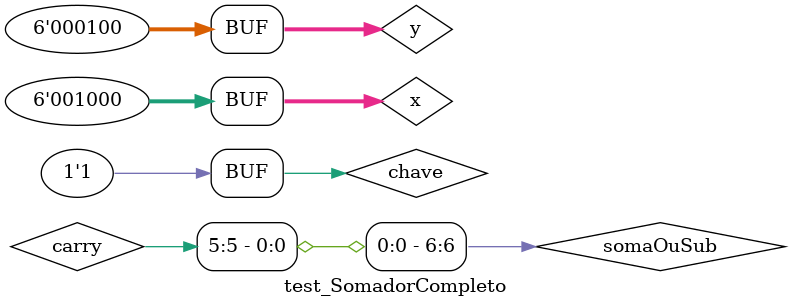
<source format=v>
/*
    -identificação: 
    Guia_0806 - 20 / 09 / 2024
    Nome: Davi Cândido de Almeida
    Matricula: 857859
    Código de Pessoa: 1527368
*/


module ComparadorComun ( output Result, input a, input b );

    xnor XNOR1 (Result, a, b);  // Result-out
endmodule // meio comparador 



module ComparadorCompleto_6bits (output igualdade, output desigualdade, input [5:0] a, input [5:0] b);

    wire [5:0] Result;
    
    ComparadorComun FS0 (Result[0], a[0], b[0]); // Primeiro bit
    ComparadorComun FS1 (Result[1], a[1], b[1]); // Segundo bit
    ComparadorComun FS2 (Result[2], a[2], b[2]); // Terceiro bit
    ComparadorComun FS3 (Result[3], a[3], b[3]); // Quarto bit
    ComparadorComun FS4 (Result[4], a[4], b[4]); // Quinto bit
    ComparadorComun FS5 (Result[5], a[5], b[5]); // sexto bit
    
    // AND dos Results intermediários
    and AND1 (igualdade, Result[0], Result[1], Result[2], Result[3], Result[4], Result[5]);

    not NOT2(desigualdade, igualdade);
endmodule // ComparadorCompleto_5bits


module SomaOuSubComum (output s1, output s0, input a, input b, input chave);
    wire and1, and2;

    xor XOR1(s0, a, b);  // Soma parcial
    and AND1(and1, ~a, b, chave);  // Para subtração
    and AND2(and2, a, b, ~chave);  // Para soma

    or OR1(s1, and1, and2);  // Carry-out (vai-um)
endmodule // SomaOuSubComum

// -------------------------
// somador completo (full adder)
// -------------------------
module SomadorOuSubtradorCompleto (output s1, output s0,  input a, input b, input carryIn, input chave);
    wire res_Xor, carry1, carry2;
    
    // Primeira metade do somador/subtrator
    SomaOuSubComum HA1(carry1, res_Xor, a, b, chave);  
    // Segunda metade do somador/subtrator
    SomaOuSubComum HA2(carry2, s0, res_Xor, carryIn, chave);  
    
    // O carry-out é a OR dos dois carries intermediários
    or OR1(s1, carry1, carry2);
endmodule // SomadorOuSubtradorCompleto

// -------------------------
// modulo de teste para o somador/subtrator completo
// -------------------------
module test_SomadorCompleto;
    // ------------------------- definir dados
    reg [5:0] x;             // Registradores de 6 bits para armazenar operandos
    reg [5:0] y;
    wire [5:0] carry;         // "Carry" de 6 bits (vai-um)
    wire [6:0] somaOuSub;     // Soma de 7 bits para acomodar carry-out final
    reg chave;                // Registre a chave para soma ou subtração
    wire igualdade; 
    wire desigualdade; 

    // Instanciar os somadores completos
    SomadorOuSubtradorCompleto FA0(carry[0], somaOuSub[0], x[0], y[0], 1'b0, chave);  // Bit 0
    SomadorOuSubtradorCompleto FA1(carry[1], somaOuSub[1], x[1], y[1], carry[0], chave);  // Bit 1
    SomadorOuSubtradorCompleto FA2(carry[2], somaOuSub[2], x[2], y[2], carry[1], chave);  // Bit 2
    SomadorOuSubtradorCompleto FA3(carry[3], somaOuSub[3], x[3], y[3], carry[2], chave);  // Bit 3
    SomadorOuSubtradorCompleto FA4(carry[4], somaOuSub[4], x[4], y[4], carry[3], chave);  // Bit 4
    SomadorOuSubtradorCompleto FA5(carry[5], somaOuSub[5], x[5], y[5], carry[4], chave);  // Bit 5


    ComparadorCompleto_6bits FS0 (igualdade, desigualdade, x, y);

    
    // Atribuir o carry final
    assign somaOuSub[6] = carry[5];
    
    // ------------------------- parte principal
    initial begin
        $display("Guia_0806 - Davi Cândido de Almeida - 857859");
        $display("Test Somador ou Subtrador Completo");

        chave = 1'b0;  // Operação de soma

        // Testes de soma
        x = 6'b001010; // 10 em decimal
        y = 6'b000101; // 5 em decimal
        #1 $monitor("x = %b, y = %b, somaOuSub = %b, chave = %b Igualdade = %b, Desigualdade = %b", x, y, somaOuSub, chave, igualdade, desigualdade);


    $display("\nChave = 0");
        // Outros exemplos
        #1 x = 6'b000000; y = 6'b000000; chave = 1'b0;// 0 + 0
        #1 x = 6'b000001; y = 6'b000000; // 1 + 0
        #1 x = 6'b000001; y = 6'b000001; // 1 + 1
        #1 x = 6'b000010; y = 6'b000001; // 2 + 1
        #1 x = 6'b000011; y = 6'b000001; // 3 + 1
        #1 x = 6'b000100; y = 6'b000010; // 4 + 2
        #1 x = 6'b000101; y = 6'b000010; // 5 + 2
        #1 x = 6'b001000; y = 6'b000100; // 8 + 4

        $display("\nChave = 1");

                // Outros exemplos
        #1 x = 6'b000000; y = 6'b000001; chave = 1'b1; // 0 + 1
        #1 x = 6'b000001; y = 6'b011000; // 1 - 24
        #1 x = 6'b000001; y = 6'b000001; // 1 + 1
        #1 x = 6'b000010; y = 6'b000001; // 2 + 1
        #1 x = 6'b000011; y = 6'b000001; // 3 + 1
        #1 x = 6'b000100; y = 6'b000010; // 4 + 2
        #1 x = 6'b000101; y = 6'b000010; // 5 + 2
        #1 x = 6'b001000; y = 6'b000100; // 8 + 4
    end
endmodule // test_SomadorCompleto





/*
    -Saídas de resultados:

    Guia_0806 - Davi Cândido de Almeida - 857859
    Test Somador ou Subtrador Completo

    Chave = 0
    x = 001010, y = 000101, somaOuSub = 0001111, chave = 0 Igualdade = 0, Desigualdade = 1
    x = 000000, y = 000000, somaOuSub = 0000000, chave = 0 Igualdade = 1, Desigualdade = 0
    x = 000001, y = 000000, somaOuSub = 0000001, chave = 0 Igualdade = 0, Desigualdade = 1
    x = 000001, y = 000001, somaOuSub = 0000010, chave = 0 Igualdade = 1, Desigualdade = 0
    x = 000010, y = 000001, somaOuSub = 0000011, chave = 0 Igualdade = 0, Desigualdade = 1
    x = 000011, y = 000001, somaOuSub = 0000100, chave = 0 Igualdade = 0, Desigualdade = 1
    x = 000100, y = 000010, somaOuSub = 0000110, chave = 0 Igualdade = 0, Desigualdade = 1
    x = 000101, y = 000010, somaOuSub = 0000111, chave = 0 Igualdade = 0, Desigualdade = 1

    Chave = 1
    x = 001000, y = 000100, somaOuSub = 0001100, chave = 0 Igualdade = 0, Desigualdade = 1
    x = 000000, y = 000001, somaOuSub = 1111111, chave = 1 Igualdade = 0, Desigualdade = 1
    x = 000001, y = 011000, somaOuSub = 1101001, chave = 1 Igualdade = 0, Desigualdade = 1
    x = 000001, y = 000001, somaOuSub = 0000000, chave = 1 Igualdade = 1, Desigualdade = 0
    x = 000010, y = 000001, somaOuSub = 0000001, chave = 1 Igualdade = 0, Desigualdade = 1
    x = 000011, y = 000001, somaOuSub = 0000010, chave = 1 Igualdade = 0, Desigualdade = 1
    x = 000100, y = 000010, somaOuSub = 0000010, chave = 1 Igualdade = 0, Desigualdade = 1
    x = 000101, y = 000010, somaOuSub = 0000011, chave = 1 Igualdade = 0, Desigualdade = 1
    x = 001000, y = 000100, somaOuSub = 0000100, chave = 1 Igualdade = 0, Desigualdade = 1


*/

/*
    -Notas:

Para compilar: iverilog -o Guia_0806.vvp Guia_0806.v
Para executar: vvp Guia_0806.vvp

</source>
